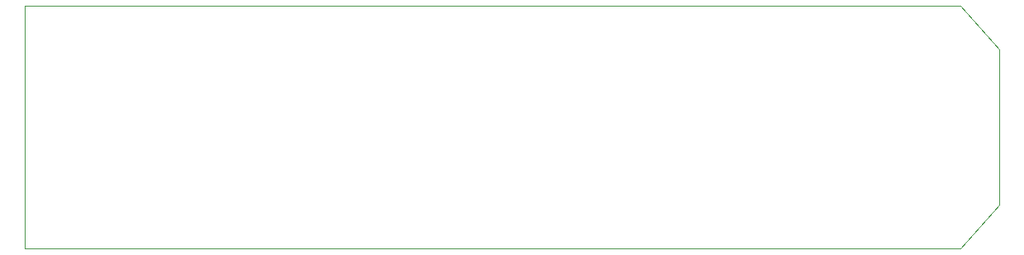
<source format=gbr>
G04 #@! TF.GenerationSoftware,KiCad,Pcbnew,(5.1.4)-1*
G04 #@! TF.CreationDate,2020-05-21T10:54:05+02:00*
G04 #@! TF.ProjectId,MSense_Coupon,4d53656e-7365-45f4-936f-75706f6e2e6b,rev?*
G04 #@! TF.SameCoordinates,Original*
G04 #@! TF.FileFunction,Profile,NP*
%FSLAX46Y46*%
G04 Gerber Fmt 4.6, Leading zero omitted, Abs format (unit mm)*
G04 Created by KiCad (PCBNEW (5.1.4)-1) date 2020-05-21 10:54:05*
%MOMM*%
%LPD*%
G04 APERTURE LIST*
%ADD10C,0.050000*%
G04 APERTURE END LIST*
D10*
X192500000Y-82000000D02*
X188500000Y-77500000D01*
X192500000Y-98000000D02*
X188500000Y-102500000D01*
X100000000Y-102500000D02*
X92500000Y-102500000D01*
X100000000Y-77500000D02*
X92500000Y-77500000D01*
X192500000Y-98000000D02*
X192500000Y-82000000D01*
X100000000Y-77500000D02*
X188500000Y-77500000D01*
X92500000Y-80000000D02*
X92500000Y-77500000D01*
X100000000Y-102500000D02*
X188500000Y-102500000D01*
X92500000Y-100000000D02*
X92500000Y-102500000D01*
X92500000Y-100000000D02*
X92500000Y-80000000D01*
M02*

</source>
